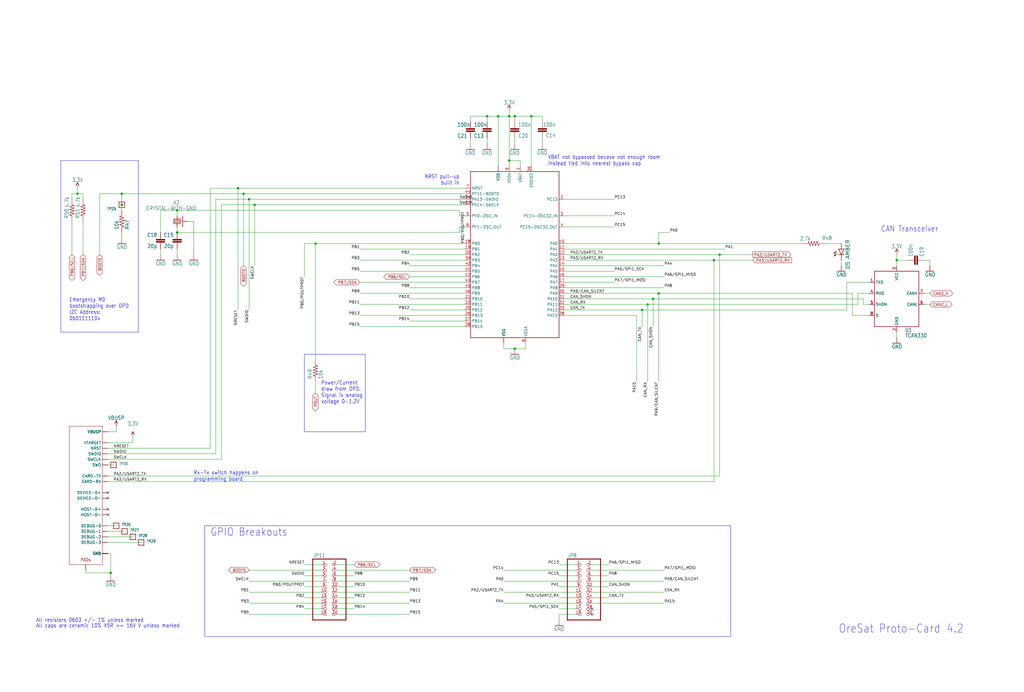
<source format=kicad_sch>
(kicad_sch (version 20230121) (generator eeschema)
  (paper "User" 469.9 317.627)
  (lib_symbols
    (symbol "oresat-proto-card-eagle-import:3.3V" (power)
      (property "Value" "3.3V" (at 0 2.794 0))
      (symbol "3.3V_1_0"
        (pin power_in line (at 0 0 90) (length 2.54) (name "3.3V") (number "1"))
      )
    )
    (symbol "oresat-proto-card-eagle-import:C-EU0603-C-NOSILK"
      (property "Reference" "C" (at 1.524 0.381 0))
      (symbol "C-EU0603-C-NOSILK_1_0"
        (pin passive line (at 0 2.54 270) (length 2.54) (name "1") (number "1"))
        (pin passive line (at 0 -5.08 90) (length 2.54) (name "2") (number "2"))
      )
    )
    (symbol "oresat-proto-card-eagle-import:CRYSTAL-WITH-GND"
      (property "Reference" "X" (at 5.08 -2.54 0))
      (symbol "CRYSTAL-WITH-GND_1_0"
        (pin passive line (at -2.54 0 0) (length 0) (name "1") (number "1"))
        (pin power_in line (at 0 -5.08 90) (length 2.54) (name "SHIELD") (number "2"))
        (pin passive line (at 2.54 0 180) (length 0) (name "2") (number "3"))
        (pin power_in line (at 0 -5.08 90) (length 2.54) (name "SHIELD") (number "4"))
      )
    )
    (symbol "oresat-proto-card-eagle-import:GND" (power)
      (property "Value" "GND" (at -2.54 -2.54 0))
      (symbol "GND_1_0"
        (pin power_in line (at 0 2.54 270) (length 2.54) (name "GND") (number "1"))
      )
    )
    (symbol "oresat-proto-card-eagle-import:LED-GREEN0603"
      (property "Reference" "D" (at -3.429 -4.572 90))
      (symbol "LED-GREEN0603_1_0"
        (pin passive line (at 0 2.54 270) (length 2.54) (name "A") (number "A"))
        (pin passive line (at 0 -5.08 90) (length 2.54) (name "C") (number "C"))
      )
    )
    (symbol "oresat-proto-card-eagle-import:ORESAT-DEBUG-CONNECTOR-ALL"
      (symbol "ORESAT-DEBUG-CONNECTOR-ALL_1_0"
        (text "PADs" (at -1.27 -31.75 0) (effects (font (size 1.524 1.2954)) (justify left bottom)))
        (pin passive line (at 11.43 27.94 180) (length 2.54) (name "VBUSP") (number "1"))
        (pin passive line (at 11.43 20.32 180) (length 2.54) (name "NRST") (number "10"))
        (pin passive line (at 11.43 22.86 180) (length 2.54) (name "VTARGET") (number "11"))
        (pin passive line (at 11.43 5.08 180) (length 2.54) (name "CARD-RX") (number "12"))
        (pin passive line (at 11.43 7.62 180) (length 2.54) (name "CARD-TX") (number "13"))
        (pin passive line (at 11.43 17.78 180) (length 2.54) (name "SWDIO") (number "14"))
        (pin passive line (at 11.43 15.24 180) (length 2.54) (name "SWCLK") (number "15"))
        (pin passive line (at 11.43 12.7 180) (length 2.54) (name "SWO") (number "16"))
        (pin passive line (at 11.43 -15.24 180) (length 2.54) (name "DEBUG-0") (number "17"))
        (pin passive line (at 11.43 -17.78 180) (length 2.54) (name "DEBUG-1") (number "18"))
        (pin passive line (at 11.43 -20.32 180) (length 2.54) (name "DEBUG-2") (number "19"))
        (pin passive line (at 11.43 27.94 180) (length 2.54) (name "VBUSP") (number "2"))
        (pin passive line (at 11.43 -22.86 180) (length 2.54) (name "DEBUG-3") (number "20"))
        (pin passive line (at 11.43 -27.94 180) (length 2.54) (name "GND") (number "3"))
        (pin passive line (at 11.43 0 180) (length 2.54) (name "DEVICE-D+") (number "4"))
        (pin passive line (at 11.43 -2.54 180) (length 2.54) (name "DEVICE-D-") (number "5"))
        (pin passive line (at 11.43 -27.94 180) (length 2.54) (name "GND") (number "6"))
        (pin passive line (at 11.43 -7.62 180) (length 2.54) (name "HOST-D+") (number "7"))
        (pin passive line (at 11.43 -10.16 180) (length 2.54) (name "HOST-D-") (number "8"))
        (pin passive line (at 11.43 -27.94 180) (length 2.54) (name "GND") (number "9"))
        (pin bidirectional line (at 1.27 -35.56 90) (length 2.54) (name "PAD") (number "PAD1"))
        (pin bidirectional line (at 1.27 -35.56 90) (length 2.54) (name "PAD") (number "PAD2"))
      )
    )
    (symbol "oresat-proto-card-eagle-import:PINHD-2X10"
      (property "Reference" "JP" (at -6.35 13.335 0))
      (symbol "PINHD-2X10_1_0"
        (pin passive inverted (at -2.54 10.16 0) (length 2.54) (name "1") (number "1"))
        (pin passive inverted (at 5.08 0 180) (length 2.54) (name "10") (number "10"))
        (pin passive inverted (at -2.54 -2.54 0) (length 2.54) (name "11") (number "11"))
        (pin passive inverted (at 5.08 -2.54 180) (length 2.54) (name "12") (number "12"))
        (pin passive inverted (at -2.54 -5.08 0) (length 2.54) (name "13") (number "13"))
        (pin passive inverted (at 5.08 -5.08 180) (length 2.54) (name "14") (number "14"))
        (pin passive inverted (at -2.54 -7.62 0) (length 2.54) (name "15") (number "15"))
        (pin passive inverted (at 5.08 -7.62 180) (length 2.54) (name "16") (number "16"))
        (pin passive inverted (at -2.54 -10.16 0) (length 2.54) (name "17") (number "17"))
        (pin passive inverted (at 5.08 -10.16 180) (length 2.54) (name "18") (number "18"))
        (pin passive inverted (at -2.54 -12.7 0) (length 2.54) (name "19") (number "19"))
        (pin passive inverted (at 5.08 10.16 180) (length 2.54) (name "2") (number "2"))
        (pin passive inverted (at 5.08 -12.7 180) (length 2.54) (name "20") (number "20"))
        (pin passive inverted (at -2.54 7.62 0) (length 2.54) (name "3") (number "3"))
        (pin passive inverted (at 5.08 7.62 180) (length 2.54) (name "4") (number "4"))
        (pin passive inverted (at -2.54 5.08 0) (length 2.54) (name "5") (number "5"))
        (pin passive inverted (at 5.08 5.08 180) (length 2.54) (name "6") (number "6"))
        (pin passive inverted (at -2.54 2.54 0) (length 2.54) (name "7") (number "7"))
        (pin passive inverted (at 5.08 2.54 180) (length 2.54) (name "8") (number "8"))
        (pin passive inverted (at -2.54 0 0) (length 2.54) (name "9") (number "9"))
      )
    )
    (symbol "oresat-proto-card-eagle-import:R-US_0603-C-NOSILK"
      (property "Reference" "R" (at -3.81 1.4986 0))
      (symbol "R-US_0603-C-NOSILK_1_0"
        (pin passive line (at -5.08 0 0) (length 2.54) (name "1") (number "1"))
        (pin passive line (at 5.08 0 180) (length 2.54) (name "2") (number "2"))
      )
    )
    (symbol "oresat-proto-card-eagle-import:STM32F091C"
      (symbol "STM32F091C_1_0"
        (pin power_in line (at -2.54 40.64 270) (length 2.54) (name "VBAT") (number "1"))
        (pin bidirectional line (at -22.86 5.08 0) (length 2.54) (name "PA0") (number "10"))
        (pin bidirectional line (at -22.86 2.54 0) (length 2.54) (name "PA1") (number "11"))
        (pin bidirectional line (at -22.86 0 0) (length 2.54) (name "PA2") (number "12"))
        (pin bidirectional line (at -22.86 -2.54 0) (length 2.54) (name "PA3") (number "13"))
        (pin bidirectional line (at -22.86 -5.08 0) (length 2.54) (name "PA4") (number "14"))
        (pin bidirectional line (at -22.86 -7.62 0) (length 2.54) (name "PA5") (number "15"))
        (pin bidirectional line (at -22.86 -10.16 0) (length 2.54) (name "PA6") (number "16"))
        (pin bidirectional line (at -22.86 -12.7 0) (length 2.54) (name "PA7") (number "17"))
        (pin bidirectional line (at 22.86 5.08 180) (length 2.54) (name "PB0") (number "18"))
        (pin bidirectional line (at 22.86 2.54 180) (length 2.54) (name "PB1") (number "19"))
        (pin bidirectional line (at -22.86 25.4 0) (length 2.54) (name "PC13") (number "2"))
        (pin bidirectional line (at 22.86 0 180) (length 2.54) (name "PB2") (number "20"))
        (pin bidirectional line (at 22.86 -20.32 180) (length 2.54) (name "PB10") (number "21"))
        (pin bidirectional line (at 22.86 -22.86 180) (length 2.54) (name "PB11") (number "22"))
        (pin power_in line (at 5.08 -40.64 90) (length 2.54) (name "VSS") (number "23"))
        (pin power_in line (at 7.62 40.64 270) (length 2.54) (name "VDD") (number "24"))
        (pin bidirectional line (at 22.86 -25.4 180) (length 2.54) (name "PB12") (number "25"))
        (pin bidirectional line (at 22.86 -27.94 180) (length 2.54) (name "PB13") (number "26"))
        (pin bidirectional line (at 22.86 -30.48 180) (length 2.54) (name "PB14") (number "27"))
        (pin bidirectional line (at 22.86 -33.02 180) (length 2.54) (name "PB15") (number "28"))
        (pin bidirectional line (at -22.86 -15.24 0) (length 2.54) (name "PA8") (number "29"))
        (pin bidirectional line (at -22.86 17.78 0) (length 2.54) (name "PC14-OSC32_IN") (number "3"))
        (pin bidirectional line (at -22.86 -17.78 0) (length 2.54) (name "PA9") (number "30"))
        (pin bidirectional line (at -22.86 -20.32 0) (length 2.54) (name "PA10") (number "31"))
        (pin bidirectional line (at -22.86 -22.86 0) (length 2.54) (name "PA11") (number "32"))
        (pin bidirectional line (at -22.86 -25.4 0) (length 2.54) (name "PA12") (number "33"))
        (pin bidirectional line (at 22.86 25.4 180) (length 2.54) (name "PA13-SWDIO") (number "34"))
        (pin power_in line (at 5.08 -40.64 90) (length 2.54) (name "VSS") (number "35"))
        (pin power_in line (at -7.62 40.64 270) (length 2.54) (name "VDDIO2") (number "36"))
        (pin bidirectional line (at 22.86 22.86 180) (length 2.54) (name "PA14-SWCLK") (number "37"))
        (pin bidirectional line (at -22.86 -27.94 0) (length 2.54) (name "PA15") (number "38"))
        (pin bidirectional line (at 22.86 -2.54 180) (length 2.54) (name "PB3") (number "39"))
        (pin bidirectional line (at -22.86 12.7 0) (length 2.54) (name "PC15-OSC32_OUT") (number "4"))
        (pin bidirectional line (at 22.86 -5.08 180) (length 2.54) (name "PB4") (number "40"))
        (pin bidirectional line (at 22.86 -7.62 180) (length 2.54) (name "PB5") (number "41"))
        (pin bidirectional line (at 22.86 -10.16 180) (length 2.54) (name "PB6") (number "42"))
        (pin bidirectional line (at 22.86 -12.7 180) (length 2.54) (name "PB7") (number "43"))
        (pin bidirectional line (at 22.86 27.94 180) (length 2.54) (name "PF11-BOOT0") (number "44"))
        (pin bidirectional line (at 22.86 -15.24 180) (length 2.54) (name "PB8") (number "45"))
        (pin bidirectional line (at 22.86 -17.78 180) (length 2.54) (name "PB9") (number "46"))
        (pin power_in line (at 5.08 -40.64 90) (length 2.54) (name "VSS") (number "47"))
        (pin power_in line (at 7.62 40.64 270) (length 2.54) (name "VDD") (number "48"))
        (pin bidirectional line (at 22.86 17.78 180) (length 2.54) (name "PF0-OSC_IN") (number "5"))
        (pin bidirectional line (at 22.86 12.7 180) (length 2.54) (name "PF1-OSC_OUT") (number "6"))
        (pin bidirectional line (at 22.86 30.48 180) (length 2.54) (name "NRST") (number "7"))
        (pin power_in line (at -5.08 -40.64 90) (length 2.54) (name "VSSA") (number "8"))
        (pin power_in line (at 2.54 40.64 270) (length 2.54) (name "VDDA") (number "9"))
      )
    )
    (symbol "oresat-proto-card-eagle-import:TCAN330"
      (property "Reference" "U" (at 7.62 -17.78 0))
      (symbol "TCAN330_1_0"
        (pin input line (at -12.7 7.62 0) (length 2.54) (name "TXD") (number "1"))
        (pin power_in line (at 0 -15.24 90) (length 2.54) (name "GND") (number "2"))
        (pin power_in line (at 0 15.24 270) (length 2.54) (name "VCC") (number "3"))
        (pin output line (at -12.7 2.54 0) (length 2.54) (name "RXD") (number "4"))
        (pin input line (at -12.7 -2.54 0) (length 2.54) (name "SHDN") (number "5"))
        (pin bidirectional line (at 12.7 -2.54 180) (length 2.54) (name "CANL") (number "6"))
        (pin bidirectional line (at 12.7 2.54 180) (length 2.54) (name "CANH") (number "7"))
        (pin input line (at -12.7 -7.62 0) (length 2.54) (name "S") (number "8"))
      )
    )
    (symbol "oresat-proto-card-eagle-import:TEST-POINT-LARGE-SQUARE"
      (property "Reference" "TP" (at -2.54 2.54 0))
      (symbol "TEST-POINT-LARGE-SQUARE_1_0"
        (pin passive line (at 0 0 0) (length 0) (name "1") (number "1"))
      )
    )
    (symbol "oresat-proto-card-eagle-import:VBUSP" (power)
      (property "Value" "VBUSP" (at 0 2.794 0))
      (symbol "VBUSP_1_0"
        (pin power_in line (at 0 0 90) (length 2.54) (name "VBUSP") (number "1"))
      )
    )
  )
  (junction (at 144.78 111.76))
  (junction (at 114.3 91.44))
  (junction (at 411.48 119.38))
  (junction (at 81.28 106.68))
  (junction (at 302.26 134.62))
  (junction (at 294.64 142.24))
  (junction (at 299.72 137.16))
  (junction (at 233.68 73.66))
  (junction (at 327.66 119.38))
  (junction (at 330.2 116.84))
  (junction (at 111.76 88.9))
  (junction (at 243.84 53.34))
  (junction (at 109.22 86.36))
  (junction (at 50.8 262.89))
  (junction (at 233.68 53.34))
  (junction (at 302.26 111.76))
  (junction (at 116.84 93.98))
  (junction (at 236.22 53.34))
  (junction (at 223.52 53.34))
  (junction (at 297.18 139.7))
  (junction (at 81.28 96.52))
  (junction (at 228.6 53.34))
  (junction (at 55.88 88.9))
  (junction (at 55.88 93.98))
  (junction (at 236.22 160.02))
  (junction (at 35.56 88.9))
  (no_connect (at 49.53 233.68))
  (no_connect (at 49.53 228.6))
  (no_connect (at 271.78 281.94))
  (no_connect (at 271.78 279.4))
  (no_connect (at 49.53 236.22))
  (no_connect (at 49.53 226.06))
  (wire (pts (xy 279.4 264.16) (xy 271.78 264.16)) (stroke (width 0.1524)))
  (wire (pts (xy 114.3 276.86) (xy 147.32 276.86)) (stroke (width 0.1524)))
  (wire (pts (xy 302.26 134.62) (xy 391.16 134.62)) (stroke (width 0.1524)))
  (wire (pts (xy 213.36 119.38) (xy 165.1 119.38)) (stroke (width 0.1524)))
  (wire (pts (xy 99.06 91.44) (xy 114.3 91.44)) (stroke (width 0.1524)))
  (wire (pts (xy 101.6 210.82) (xy 101.6 93.98)) (stroke (width 0.1524)))
  (wire (pts (xy 49.53 205.74) (xy 96.52 205.74)) (stroke (width 0.1524)))
  (wire (pts (xy 109.22 86.36) (xy 109.22 142.24)) (stroke (width 0.1524)))
  (wire (pts (xy 213.36 104.14) (xy 210.82 104.14)) (stroke (width 0.1524)))
  (wire (pts (xy 111.76 88.9) (xy 111.76 121.92)) (stroke (width 0.1524)))
  (wire (pts (xy 411.48 121.92) (xy 411.48 119.38)) (stroke (width 0.1524)))
  (wire (pts (xy 411.48 119.38) (xy 416.56 119.38)) (stroke (width 0.1524)))
  (wire (pts (xy 259.08 121.92) (xy 304.8 121.92)) (stroke (width 0.1524)))
  (wire (pts (xy 213.36 88.9) (xy 111.76 88.9)) (stroke (width 0.1524)))
  (wire (pts (xy 396.24 139.7) (xy 396.24 137.16)) (stroke (width 0.1524)))
  (wire (pts (xy 213.36 99.06) (xy 210.82 99.06)) (stroke (width 0.1524)))
  (wire (pts (xy 259.08 99.06) (xy 281.94 99.06)) (stroke (width 0.1524)))
  (wire (pts (xy 39.37 261.62) (xy 39.37 262.89)) (stroke (width 0.1524)))
  (wire (pts (xy 162.56 259.08) (xy 154.94 259.08)) (stroke (width 0.1524)))
  (wire (pts (xy 139.7 279.4) (xy 147.32 279.4)) (stroke (width 0.1524)))
  (wire (pts (xy 393.7 134.62) (xy 393.7 139.7)) (stroke (width 0.1524)))
  (polyline (pts (xy 63.5 73.66) (xy 27.94 73.66)) (stroke (width 0.1524) (type solid)))
  (wire (pts (xy 49.53 246.38) (xy 60.96 246.38)) (stroke (width 0.1524)))
  (polyline (pts (xy 63.5 152.4) (xy 63.5 73.66)) (stroke (width 0.1524) (type solid)))
  (wire (pts (xy 236.22 160.02) (xy 241.3 160.02)) (stroke (width 0.1524)))
  (wire (pts (xy 264.16 279.4) (xy 256.54 279.4)) (stroke (width 0.1524)))
  (wire (pts (xy 398.78 139.7) (xy 396.24 139.7)) (stroke (width 0.1524)))
  (wire (pts (xy 256.54 259.08) (xy 264.16 259.08)) (stroke (width 0.1524)))
  (polyline (pts (xy 27.94 73.66) (xy 27.94 152.4)) (stroke (width 0.1524) (type solid)))
  (wire (pts (xy 35.56 88.9) (xy 38.1 88.9)) (stroke (width 0.1524)))
  (wire (pts (xy 99.06 208.28) (xy 49.53 208.28)) (stroke (width 0.1524)))
  (wire (pts (xy 327.66 220.98) (xy 49.53 220.98)) (stroke (width 0.1524)))
  (wire (pts (xy 426.72 119.38) (xy 426.72 121.92)) (stroke (width 0.1524)))
  (wire (pts (xy 213.36 134.62) (xy 165.1 134.62)) (stroke (width 0.1524)))
  (wire (pts (xy 139.7 259.08) (xy 147.32 259.08)) (stroke (width 0.1524)))
  (wire (pts (xy 73.66 106.68) (xy 73.66 96.52)) (stroke (width 0.1524)))
  (wire (pts (xy 233.68 76.2) (xy 233.68 73.66)) (stroke (width 0.1524)))
  (wire (pts (xy 236.22 55.88) (xy 236.22 53.34)) (stroke (width 0.1524)))
  (wire (pts (xy 210.82 106.68) (xy 81.28 106.68)) (stroke (width 0.1524)))
  (wire (pts (xy 327.66 119.38) (xy 327.66 220.98)) (stroke (width 0.1524)))
  (wire (pts (xy 139.7 264.16) (xy 147.32 264.16)) (stroke (width 0.1524)))
  (wire (pts (xy 233.68 53.34) (xy 233.68 50.8)) (stroke (width 0.1524)))
  (wire (pts (xy 297.18 139.7) (xy 297.18 175.26)) (stroke (width 0.1524)))
  (wire (pts (xy 231.14 160.02) (xy 231.14 157.48)) (stroke (width 0.1524)))
  (wire (pts (xy 398.78 134.62) (xy 393.7 134.62)) (stroke (width 0.1524)))
  (wire (pts (xy 213.36 132.08) (xy 187.96 132.08)) (stroke (width 0.1524)))
  (wire (pts (xy 259.08 144.78) (xy 292.1 144.78)) (stroke (width 0.1524)))
  (wire (pts (xy 259.08 119.38) (xy 327.66 119.38)) (stroke (width 0.1524)))
  (wire (pts (xy 327.66 119.38) (xy 345.44 119.38)) (stroke (width 0.1524)))
  (wire (pts (xy 213.36 114.3) (xy 165.1 114.3)) (stroke (width 0.1524)))
  (wire (pts (xy 55.88 88.9) (xy 45.72 88.9)) (stroke (width 0.1524)))
  (wire (pts (xy 228.6 76.2) (xy 228.6 53.34)) (stroke (width 0.1524)))
  (wire (pts (xy 49.53 254) (xy 50.8 254)) (stroke (width 0.1524)))
  (wire (pts (xy 114.3 91.44) (xy 114.3 142.24)) (stroke (width 0.1524)))
  (wire (pts (xy 279.4 269.24) (xy 271.78 269.24)) (stroke (width 0.1524)))
  (wire (pts (xy 162.56 269.24) (xy 154.94 269.24)) (stroke (width 0.1524)))
  (wire (pts (xy 81.28 106.68) (xy 81.28 104.14)) (stroke (width 0.1524)))
  (wire (pts (xy 139.7 274.32) (xy 147.32 274.32)) (stroke (width 0.1524)))
  (wire (pts (xy 144.78 165.1) (xy 144.78 111.76)) (stroke (width 0.1524)))
  (wire (pts (xy 33.02 88.9) (xy 35.56 88.9)) (stroke (width 0.1524)))
  (wire (pts (xy 213.36 144.78) (xy 165.1 144.78)) (stroke (width 0.1524)))
  (wire (pts (xy 396.24 137.16) (xy 299.72 137.16)) (stroke (width 0.1524)))
  (wire (pts (xy 231.14 261.62) (xy 264.16 261.62)) (stroke (width 0.1524)))
  (wire (pts (xy 256.54 281.94) (xy 256.54 284.48)) (stroke (width 0.1524)))
  (wire (pts (xy 52.07 213.36) (xy 49.53 213.36)) (stroke (width 0.1524)))
  (wire (pts (xy 259.08 132.08) (xy 304.8 132.08)) (stroke (width 0.1524)))
  (wire (pts (xy 391.16 134.62) (xy 391.16 144.78)) (stroke (width 0.1524)))
  (wire (pts (xy 215.9 63.5) (xy 215.9 66.04)) (stroke (width 0.1524)))
  (wire (pts (xy 411.48 154.94) (xy 411.48 152.4)) (stroke (width 0.1524)))
  (wire (pts (xy 256.54 274.32) (xy 264.16 274.32)) (stroke (width 0.1524)))
  (wire (pts (xy 294.64 142.24) (xy 294.64 149.86)) (stroke (width 0.1524)))
  (wire (pts (xy 49.53 203.2) (xy 60.96 203.2)) (stroke (width 0.1524)))
  (wire (pts (xy 144.78 111.76) (xy 139.7 111.76)) (stroke (width 0.1524)))
  (wire (pts (xy 259.08 91.44) (xy 281.94 91.44)) (stroke (width 0.1524)))
  (wire (pts (xy 231.14 271.78) (xy 264.16 271.78)) (stroke (width 0.1524)))
  (wire (pts (xy 53.34 198.12) (xy 53.34 195.58)) (stroke (width 0.1524)))
  (polyline (pts (xy 93.98 241.3) (xy 335.28 241.3)) (stroke (width 0.1524) (type solid)))
  (wire (pts (xy 88.9 116.84) (xy 88.9 101.6)) (stroke (width 0.1524)))
  (wire (pts (xy 109.22 86.36) (xy 213.36 86.36)) (stroke (width 0.1524)))
  (wire (pts (xy 264.16 281.94) (xy 256.54 281.94)) (stroke (width 0.1524)))
  (wire (pts (xy 424.18 119.38) (xy 426.72 119.38)) (stroke (width 0.1524)))
  (wire (pts (xy 162.56 264.16) (xy 154.94 264.16)) (stroke (width 0.1524)))
  (wire (pts (xy 411.48 119.38) (xy 411.48 116.84)) (stroke (width 0.1524)))
  (wire (pts (xy 248.92 53.34) (xy 248.92 55.88)) (stroke (width 0.1524)))
  (wire (pts (xy 238.76 76.2) (xy 238.76 73.66)) (stroke (width 0.1524)))
  (wire (pts (xy 213.36 142.24) (xy 187.96 142.24)) (stroke (width 0.1524)))
  (wire (pts (xy 147.32 281.94) (xy 114.3 281.94)) (stroke (width 0.1524)))
  (wire (pts (xy 213.36 121.92) (xy 187.96 121.92)) (stroke (width 0.1524)))
  (wire (pts (xy 231.14 276.86) (xy 264.16 276.86)) (stroke (width 0.1524)))
  (wire (pts (xy 259.08 142.24) (xy 294.64 142.24)) (stroke (width 0.1524)))
  (wire (pts (xy 114.3 261.62) (xy 147.32 261.62)) (stroke (width 0.1524)))
  (wire (pts (xy 391.16 144.78) (xy 398.78 144.78)) (stroke (width 0.1524)))
  (wire (pts (xy 248.92 66.04) (xy 248.92 63.5)) (stroke (width 0.1524)))
  (wire (pts (xy 50.8 254) (xy 50.8 262.89)) (stroke (width 0.1524)))
  (wire (pts (xy 50.8 262.89) (xy 50.8 264.16)) (stroke (width 0.1524)))
  (wire (pts (xy 393.7 139.7) (xy 297.18 139.7)) (stroke (width 0.1524)))
  (wire (pts (xy 256.54 269.24) (xy 264.16 269.24)) (stroke (width 0.1524)))
  (wire (pts (xy 236.22 160.02) (xy 231.14 160.02)) (stroke (width 0.1524)))
  (wire (pts (xy 213.36 137.16) (xy 187.96 137.16)) (stroke (width 0.1524)))
  (wire (pts (xy 213.36 147.32) (xy 187.96 147.32)) (stroke (width 0.1524)))
  (wire (pts (xy 238.76 73.66) (xy 233.68 73.66)) (stroke (width 0.1524)))
  (wire (pts (xy 96.52 86.36) (xy 96.52 205.74)) (stroke (width 0.1524)))
  (wire (pts (xy 330.2 116.84) (xy 330.2 218.44)) (stroke (width 0.1524)))
  (wire (pts (xy 259.08 127) (xy 304.8 127)) (stroke (width 0.1524)))
  (wire (pts (xy 49.53 241.3) (xy 53.34 241.3)) (stroke (width 0.1524)))
  (wire (pts (xy 259.08 124.46) (xy 281.94 124.46)) (stroke (width 0.1524)))
  (wire (pts (xy 223.52 66.04) (xy 223.52 63.5)) (stroke (width 0.1524)))
  (wire (pts (xy 259.08 129.54) (xy 281.94 129.54)) (stroke (width 0.1524)))
  (wire (pts (xy 243.84 53.34) (xy 236.22 53.34)) (stroke (width 0.1524)))
  (wire (pts (xy 236.22 53.34) (xy 233.68 53.34)) (stroke (width 0.1524)))
  (wire (pts (xy 215.9 53.34) (xy 223.52 53.34)) (stroke (width 0.1524)))
  (polyline (pts (xy 139.7 198.12) (xy 167.64 198.12)) (stroke (width 0.1524) (type solid)))
  (wire (pts (xy 57.15 243.84) (xy 49.53 243.84)) (stroke (width 0.1524)))
  (wire (pts (xy 38.1 88.9) (xy 38.1 91.44)) (stroke (width 0.1524)))
  (wire (pts (xy 39.37 262.89) (xy 50.8 262.89)) (stroke (width 0.1524)))
  (wire (pts (xy 60.96 203.2) (xy 60.96 200.66)) (stroke (width 0.1524)))
  (wire (pts (xy 259.08 111.76) (xy 302.26 111.76)) (stroke (width 0.1524)))
  (wire (pts (xy 81.28 96.52) (xy 81.28 99.06)) (stroke (width 0.1524)))
  (wire (pts (xy 187.96 271.78) (xy 154.94 271.78)) (stroke (width 0.1524)))
  (wire (pts (xy 302.26 134.62) (xy 302.26 175.26)) (stroke (width 0.1524)))
  (wire (pts (xy 81.28 116.84) (xy 81.28 114.3)) (stroke (width 0.1524)))
  (wire (pts (xy 259.08 116.84) (xy 330.2 116.84)) (stroke (width 0.1524)))
  (wire (pts (xy 236.22 63.5) (xy 236.22 66.04)) (stroke (width 0.1524)))
  (wire (pts (xy 243.84 53.34) (xy 243.84 76.2)) (stroke (width 0.1524)))
  (wire (pts (xy 223.52 55.88) (xy 223.52 53.34)) (stroke (width 0.1524)))
  (polyline (pts (xy 335.28 241.3) (xy 335.28 292.1)) (stroke (width 0.1524) (type solid)))
  (wire (pts (xy 213.36 129.54) (xy 165.1 129.54)) (stroke (width 0.1524)))
  (wire (pts (xy 304.8 271.78) (xy 271.78 271.78)) (stroke (width 0.1524)))
  (wire (pts (xy 424.18 134.62) (xy 426.72 134.62)) (stroke (width 0.1524)))
  (wire (pts (xy 330.2 116.84) (xy 345.44 116.84)) (stroke (width 0.1524)))
  (wire (pts (xy 292.1 144.78) (xy 292.1 175.26)) (stroke (width 0.1524)))
  (wire (pts (xy 294.64 142.24) (xy 388.62 142.24)) (stroke (width 0.1524)))
  (wire (pts (xy 233.68 73.66) (xy 233.68 53.34)) (stroke (width 0.1524)))
  (wire (pts (xy 210.82 99.06) (xy 210.82 96.52)) (stroke (width 0.1524)))
  (wire (pts (xy 302.26 106.68) (xy 307.34 106.68)) (stroke (width 0.1524)))
  (wire (pts (xy 304.8 266.7) (xy 271.78 266.7)) (stroke (width 0.1524)))
  (wire (pts (xy 213.36 139.7) (xy 165.1 139.7)) (stroke (width 0.1524)))
  (wire (pts (xy 33.02 91.44) (xy 33.02 88.9)) (stroke (width 0.1524)))
  (wire (pts (xy 297.18 139.7) (xy 259.08 139.7)) (stroke (width 0.1524)))
  (wire (pts (xy 139.7 111.76) (xy 139.7 127)) (stroke (width 0.1524)))
  (wire (pts (xy 424.18 139.7) (xy 426.72 139.7)) (stroke (width 0.1524)))
  (wire (pts (xy 231.14 266.7) (xy 264.16 266.7)) (stroke (width 0.1524)))
  (wire (pts (xy 271.78 259.08) (xy 279.4 259.08)) (stroke (width 0.1524)))
  (wire (pts (xy 114.3 271.78) (xy 147.32 271.78)) (stroke (width 0.1524)))
  (wire (pts (xy 55.88 93.98) (xy 55.88 88.9)) (stroke (width 0.1524)))
  (wire (pts (xy 213.36 149.86) (xy 165.1 149.86)) (stroke (width 0.1524)))
  (wire (pts (xy 101.6 210.82) (xy 49.53 210.82)) (stroke (width 0.1524)))
  (wire (pts (xy 210.82 96.52) (xy 81.28 96.52)) (stroke (width 0.1524)))
  (wire (pts (xy 38.1 116.84) (xy 38.1 101.6)) (stroke (width 0.1524)))
  (wire (pts (xy 210.82 104.14) (xy 210.82 106.68)) (stroke (width 0.1524)))
  (wire (pts (xy 302.26 111.76) (xy 302.26 106.68)) (stroke (width 0.1524)))
  (wire (pts (xy 259.08 104.14) (xy 281.94 104.14)) (stroke (width 0.1524)))
  (wire (pts (xy 256.54 264.16) (xy 264.16 264.16)) (stroke (width 0.1524)))
  (wire (pts (xy 116.84 93.98) (xy 116.84 121.92)) (stroke (width 0.1524)))
  (polyline (pts (xy 167.64 162.56) (xy 139.7 162.56)) (stroke (width 0.1524) (type solid)))
  (wire (pts (xy 388.62 129.54) (xy 388.62 142.24)) (stroke (width 0.1524)))
  (wire (pts (xy 154.94 281.94) (xy 187.96 281.94)) (stroke (width 0.1524)))
  (wire (pts (xy 259.08 134.62) (xy 302.26 134.62)) (stroke (width 0.1524)))
  (wire (pts (xy 386.08 119.38) (xy 386.08 121.92)) (stroke (width 0.1524)))
  (wire (pts (xy 330.2 218.44) (xy 49.53 218.44)) (stroke (width 0.1524)))
  (wire (pts (xy 144.78 111.76) (xy 213.36 111.76)) (stroke (width 0.1524)))
  (wire (pts (xy 187.96 261.62) (xy 154.94 261.62)) (stroke (width 0.1524)))
  (wire (pts (xy 302.26 111.76) (xy 368.3 111.76)) (stroke (width 0.1524)))
  (polyline (pts (xy 27.94 152.4) (xy 63.5 152.4)) (stroke (width 0.1524) (type solid)))
  (wire (pts (xy 33.02 116.84) (xy 33.02 101.6)) (stroke (width 0.1524)))
  (wire (pts (xy 187.96 116.84) (xy 213.36 116.84)) (stroke (width 0.1524)))
  (wire (pts (xy 398.78 129.54) (xy 388.62 129.54)) (stroke (width 0.1524)))
  (polyline (pts (xy 167.64 198.12) (xy 167.64 162.56)) (stroke (width 0.1524) (type solid)))
  (wire (pts (xy 35.56 88.9) (xy 35.56 86.36)) (stroke (width 0.1524)))
  (wire (pts (xy 45.72 88.9) (xy 45.72 116.84)) (stroke (width 0.1524)))
  (wire (pts (xy 99.06 208.28) (xy 99.06 91.44)) (stroke (width 0.1524)))
  (polyline (pts (xy 139.7 162.56) (xy 139.7 198.12)) (stroke (width 0.1524) (type solid)))
  (wire (pts (xy 187.96 276.86) (xy 154.94 276.86)) (stroke (width 0.1524)))
  (wire (pts (xy 116.84 93.98) (xy 213.36 93.98)) (stroke (width 0.1524)))
  (wire (pts (xy 139.7 269.24) (xy 147.32 269.24)) (stroke (width 0.1524)))
  (wire (pts (xy 144.78 175.26) (xy 144.78 180.34)) (stroke (width 0.1524)))
  (wire (pts (xy 96.52 86.36) (xy 109.22 86.36)) (stroke (width 0.1524)))
  (wire (pts (xy 241.3 160.02) (xy 241.3 157.48)) (stroke (width 0.1524)))
  (wire (pts (xy 243.84 53.34) (xy 248.92 53.34)) (stroke (width 0.1524)))
  (wire (pts (xy 378.46 111.76) (xy 386.08 111.76)) (stroke (width 0.1524)))
  (wire (pts (xy 111.76 88.9) (xy 55.88 88.9)) (stroke (width 0.1524)))
  (wire (pts (xy 223.52 53.34) (xy 228.6 53.34)) (stroke (width 0.1524)))
  (wire (pts (xy 114.3 266.7) (xy 147.32 266.7)) (stroke (width 0.1524)))
  (wire (pts (xy 55.88 106.68) (xy 55.88 109.22)) (stroke (width 0.1524)))
  (wire (pts (xy 73.66 116.84) (xy 73.66 114.3)) (stroke (width 0.1524)))
  (wire (pts (xy 187.96 266.7) (xy 154.94 266.7)) (stroke (width 0.1524)))
  (wire (pts (xy 215.9 55.88) (xy 215.9 53.34)) (stroke (width 0.1524)))
  (wire (pts (xy 213.36 127) (xy 187.96 127)) (stroke (width 0.1524)))
  (wire (pts (xy 154.94 279.4) (xy 162.56 279.4)) (stroke (width 0.1524)))
  (polyline (pts (xy 93.98 292.1) (xy 93.98 241.3)) (stroke (width 0.1524) (type solid)))
  (wire (pts (xy 259.08 114.3) (xy 332.74 114.3)) (stroke (width 0.1524)))
  (wire (pts (xy 55.88 96.52) (xy 55.88 93.98)) (stroke (width 0.1524)))
  (wire (pts (xy 213.36 124.46) (xy 165.1 124.46)) (stroke (width 0.1524)))
  (wire (pts (xy 228.6 53.34) (xy 233.68 53.34)) (stroke (width 0.1524)))
  (wire (pts (xy 271.78 261.62) (xy 304.8 261.62)) (stroke (width 0.1524)))
  (wire (pts (xy 64.77 248.92) (xy 49.53 248.92)) (stroke (width 0.1524)))
  (wire (pts (xy 88.9 101.6) (xy 86.36 101.6)) (stroke (width 0.1524)))
  (wire (pts (xy 101.6 93.98) (xy 116.84 93.98)) (stroke (width 0.1524)))
  (wire (pts (xy 279.4 274.32) (xy 271.78 274.32)) (stroke (width 0.1524)))
  (wire (pts (xy 304.8 276.86) (xy 271.78 276.86)) (stroke (width 0.1524)))
  (polyline (pts (xy 335.28 292.1) (xy 93.98 292.1)) (stroke (width 0.1524) (type solid)))
  (wire (pts (xy 299.72 137.16) (xy 299.72 149.86)) (stroke (width 0.1524)))
  (wire (pts (xy 49.53 198.12) (xy 53.34 198.12)) (stroke (width 0.1524)))
  (wire (pts (xy 162.56 274.32) (xy 154.94 274.32)) (stroke (width 0.1524)))
  (wire (pts (xy 299.72 137.16) (xy 259.08 137.16)) (stroke (width 0.1524)))
  (wire (pts (xy 73.66 96.52) (xy 81.28 96.52)) (stroke (width 0.1524)))
  (wire (pts (xy 114.3 91.44) (xy 213.36 91.44)) (stroke (width 0.1524)))
  (text "Emergency M0\nbootstrapping over OPD\nI2C Address:\n0b0111110x" (at 31.75 147.32 0) (effects (font (size 1.778 1.5113)) (justify left bottom)))
  (text "Power/Current\ndraw from OPD.\nSignal is analog\nvoltage 0-1.2V" (at 147.32 185.42 0) (effects (font (size 1.778 1.5113)) (justify left bottom)))
  (text "VBAT not bypassed becase not enough room\ninstead tied into nearest bypass cap" (at 251.46 76.2 0) (effects (font (size 1.778 1.5113)) (justify left bottom)))
  (text "GPIO Breakouts" (at 96.52 246.38 0) (effects (font (size 3.556 3.0226)) (justify left bottom)))
  (text "CAN Transceiver" (at 430.53 106.68 0) (effects (font (size 2.54 2.159)) (justify right bottom)))
  (text "OreSat Proto-Card" (at 384.81 290.83 0) (effects (font (size 3.81 3.2385)) (justify left bottom)))
  (text "All resistors 0603 +/- 1% unless marked" (at 16.51 285.75 0) (effects (font (size 1.778 1.5113)) (justify left bottom)))
  (text "4.2" (at 434.34 290.83 0) (effects (font (size 3.81 3.2385)) (justify left bottom)))
  (text "All caps are ceramic 10% X5R >= 16V V unless marked" (at 16.51 288.29 0) (effects (font (size 1.778 1.5113)) (justify left bottom)))
  (text "NRST pull-up\nbuilt in" (at 210.82 85.09 0) (effects (font (size 1.778 1.5113)) (justify right bottom)))
  (text "Rx-Tx switch happens on\nprogramming board" (at 88.9 220.98 0) (effects (font (size 1.778 1.5113)) (justify left bottom)))
  (label "PA3/USART2_RX" (at 256.54 274.32 180) (effects (font (size 1.2446 1.2446))))
  (label "SWDIO" (at 139.7 264.16 180) (effects (font (size 1.2446 1.2446))))
  (label "PC13" (at 281.94 91.44 0) (effects (font (size 1.2446 1.2446))))
  (label "PA2/USART2_TX" (at 231.14 271.78 180) (effects (font (size 1.2446 1.2446))))
  (label "PB0/POUTPROT" (at 213.36 111.76 90) (effects (font (size 1.2446 1.2446))))
  (label "PB2" (at 139.7 274.32 180) (effects (font (size 1.2446 1.2446))))
  (label "CAN_SHDN" (at 279.4 269.24 0) (effects (font (size 1.2446 1.2446))))
  (label "SWCLK" (at 210.82 93.98 0) (effects (font (size 1.2446 1.2446))))
  (label "PB1" (at 114.3 271.78 180) (effects (font (size 1.2446 1.2446))))
  (label "CAN_SHDN" (at 299.72 149.86 270) (effects (font (size 1.2446 1.2446))))
  (label "SWDIO" (at 52.07 208.28 0) (effects (font (size 1.2446 1.2446))))
  (label "PA3/USART2_RX" (at 261.62 119.38 0) (effects (font (size 1.2446 1.2446))))
  (label "PA0" (at 307.34 106.68 0) (effects (font (size 1.2446 1.2446))))
  (label "SWDIO" (at 210.82 91.44 0) (effects (font (size 1.2446 1.2446))))
  (label "CAN_RX" (at 304.8 271.78 0) (effects (font (size 1.2446 1.2446))))
  (label "PC14" (at 281.94 99.06 0) (effects (font (size 1.2446 1.2446))))
  (label "PA5/SPI1_SCK" (at 256.54 279.4 180) (effects (font (size 1.2446 1.2446))))
  (label "PA7/SPI1_MOSI" (at 281.94 129.54 0) (effects (font (size 1.2446 1.2446))))
  (label "PB14" (at 187.96 147.32 180) (effects (font (size 1.2446 1.2446))))
  (label "PC13" (at 256.54 259.08 180) (effects (font (size 1.2446 1.2446))))
  (label "PB9" (at 187.96 266.7 0) (effects (font (size 1.2446 1.2446))))
  (label "CAN_SHDN" (at 261.62 137.16 0) (effects (font (size 1.2446 1.2446))))
  (label "PA15" (at 304.8 276.86 0) (effects (font (size 1.2446 1.2446))))
  (label "PB5" (at 165.1 124.46 180) (effects (font (size 1.2446 1.2446))))
  (label "PA15" (at 292.1 175.26 270) (effects (font (size 1.2446 1.2446))))
  (label "PB14" (at 162.56 279.4 0) (effects (font (size 1.2446 1.2446))))
  (label "PB13" (at 187.96 276.86 0) (effects (font (size 1.2446 1.2446))))
  (label "PA8" (at 304.8 132.08 0) (effects (font (size 1.2446 1.2446))))
  (label "PB8" (at 162.56 264.16 0) (effects (font (size 1.2446 1.2446))))
  (label "PC14" (at 231.14 261.62 180) (effects (font (size 1.2446 1.2446))))
  (label "PA6/SPI1_MISO" (at 279.4 259.08 0) (effects (font (size 1.2446 1.2446))))
  (label "PB15" (at 165.1 149.86 180) (effects (font (size 1.2446 1.2446))))
  (label "NRESET" (at 52.07 205.74 0) (effects (font (size 1.2446 1.2446))))
  (label "PA5/SPI1_SCK" (at 281.94 124.46 0) (effects (font (size 1.2446 1.2446))))
  (label "PA9/CAN_SILENT" (at 261.62 134.62 0) (effects (font (size 1.2446 1.2446))))
  (label "PC15" (at 256.54 264.16 180) (effects (font (size 1.2446 1.2446))))
  (label "SWCLK" (at 52.07 210.82 0) (effects (font (size 1.2446 1.2446))))
  (label "CAN_TX" (at 294.64 149.86 270) (effects (font (size 1.2446 1.2446))))
  (label "PB11" (at 187.96 271.78 0) (effects (font (size 1.2446 1.2446))))
  (label "PB4" (at 187.96 121.92 180) (effects (font (size 1.2446 1.2446))))
  (label "PA9/CAN_SILENT" (at 302.26 175.26 270) (effects (font (size 1.2446 1.2446))))
  (label "PB0/POUTPROT" (at 139.7 127 270) (effects (font (size 1.2446 1.2446))))
  (label "PB3" (at 165.1 119.38 180) (effects (font (size 1.2446 1.2446))))
  (label "CAN_RX" (at 297.18 175.26 270) (effects (font (size 1.2446 1.2446))))
  (label "PA2/USART2_TX" (at 52.07 218.44 0) (effects (font (size 1.2446 1.2446))))
  (label "CAN_TX" (at 261.62 142.24 0) (effects (font (size 1.2446 1.2446))))
  (label "PC15" (at 281.94 104.14 0) (effects (font (size 1.2446 1.2446))))
  (label "PB9" (at 165.1 134.62 180) (effects (font (size 1.2446 1.2446))))
  (label "PA1" (at 332.74 114.3 0) (effects (font (size 1.2446 1.2446))))
  (label "PA4" (at 304.8 121.92 0) (effects (font (size 1.2446 1.2446))))
  (label "PB5" (at 114.3 281.94 180) (effects (font (size 1.2446 1.2446))))
  (label "PB10" (at 162.56 269.24 0) (effects (font (size 1.2446 1.2446))))
  (label "PA4" (at 231.14 276.86 180) (effects (font (size 1.2446 1.2446))))
  (label "SWCLK" (at 114.3 266.7 180) (effects (font (size 1.2446 1.2446))))
  (label "PB3" (at 114.3 276.86 180) (effects (font (size 1.2446 1.2446))))
  (label "NRESET" (at 139.7 259.08 180) (effects (font (size 1.2446 1.2446))))
  (label "PA9/CAN_SILENT" (at 304.8 266.7 0) (effects (font (size 1.2446 1.2446))))
  (label "PB10" (at 187.96 137.16 180) (effects (font (size 1.2446 1.2446))))
  (label "PA1" (at 256.54 269.24 180) (effects (font (size 1.2446 1.2446))))
  (label "PA0" (at 231.14 266.7 180) (effects (font (size 1.2446 1.2446))))
  (label "PB13" (at 165.1 144.78 180) (effects (font (size 1.2446 1.2446))))
  (label "PB4" (at 139.7 279.4 180) (effects (font (size 1.2446 1.2446))))
  (label "PB2" (at 187.96 116.84 180) (effects (font (size 1.2446 1.2446))))
  (label "PA6/SPI1_MISO" (at 304.8 127 0) (effects (font (size 1.2446 1.2446))))
  (label "PA3/USART2_RX" (at 52.07 220.98 0) (effects (font (size 1.2446 1.2446))))
  (label "CAN_RX" (at 261.62 139.7 0) (effects (font (size 1.2446 1.2446))))
  (label "SWDIO" (at 114.3 142.24 270) (effects (font (size 1.2446 1.2446))))
  (label "PA7/SPI1_MOSI" (at 304.8 261.62 0) (effects (font (size 1.2446 1.2446))))
  (label "PB0/POUTPROT" (at 139.7 269.24 180) (effects (font (size 1.2446 1.2446))))
  (label "PB15" (at 187.96 281.94 0) (effects (font (size 1.2446 1.2446))))
  (label "PB11" (at 165.1 139.7 180) (effects (font (size 1.2446 1.2446))))
  (label "PB12" (at 162.56 274.32 0) (effects (font (size 1.2446 1.2446))))
  (label "PB1" (at 165.1 114.3 180) (effects (font (size 1.2446 1.2446))))
  (label "NRESET" (at 109.22 142.24 270) (effects (font (size 1.2446 1.2446))))
  (label "PA8" (at 279.4 264.16 0) (effects (font (size 1.2446 1.2446))))
  (label "PA2/USART2_TX" (at 261.62 116.84 0) (effects (font (size 1.2446 1.2446))))
  (label "CAN_TX" (at 279.4 274.32 0) (effects (font (size 1.2446 1.2446))))
  (label "PB12" (at 187.96 142.24 180) (effects (font (size 1.2446 1.2446))))
  (label "SWCLK" (at 116.84 121.92 270) (effects (font (size 1.2446 1.2446))))
  (label "PB8" (at 187.96 132.08 180) (effects (font (size 1.2446 1.2446))))
  (global_label "BOOT0" (shape bidirectional) (at 114.3 261.62 180) (effects (font (size 1.2446 1.2446))) (property "Intersheetrefs" "${INTERSHEET_REFS}" (at 104.2998 261.62 0) (effects (justify right))))
  (global_label "PB7/SDA" (shape bidirectional) (at 38.1 116.84 270) (effects (font (size 1.2446 1.2446))) (property "Intersheetrefs" "${INTERSHEET_REFS}" (at 38.1 129.3293 90) (effects (justify right))))
  (global_label "PA2{slash}USART2_TX" (shape output) (at 345.44 116.84 0) (property "Intersheetrefs" "${INTERSHEET_REFS}" (at 363.4648 116.84 0) (effects (justify left))))
  (global_label "PB7/SDA" (shape bidirectional) (at 187.96 261.62 0) (effects (font (size 1.2446 1.2446))) (property "Intersheetrefs" "${INTERSHEET_REFS}" (at 200.4493 261.62 0) (effects (justify left))))
  (global_label "PA3{slash}USART2_RX" (shape input) (at 345.44 119.38 0) (property "Intersheetrefs" "${INTERSHEET_REFS}" (at 363.2745 119.3006 0) (effects (justify left))))
  (global_label "PB6/SCL" (shape bidirectional) (at 162.56 259.08 0) (effects (font (size 1.2446 1.2446))) (property "Intersheetrefs" "${INTERSHEET_REFS}" (at 174.99 259.08 0) (effects (justify left))))
  (global_label "BOOT0" (shape bidirectional) (at 111.76 121.92 270) (effects (font (size 1.2446 1.2446))) (property "Intersheetrefs" "${INTERSHEET_REFS}" (at 111.76 131.9202 90) (effects (justify right))))
  (global_label "PB7/SDA" (shape bidirectional) (at 165.1 129.54 180) (effects (font (size 1.2446 1.2446))) (property "Intersheetrefs" "${INTERSHEET_REFS}" (at 152.6107 129.54 0) (effects (justify right))))
  (global_label "PB6/SCL" (shape bidirectional) (at 33.02 116.84 270) (effects (font (size 1.2446 1.2446))) (property "Intersheetrefs" "${INTERSHEET_REFS}" (at 33.02 129.27 90) (effects (justify right))))
  (global_label "PB6/SCL" (shape bidirectional) (at 187.96 127 180) (effects (font (size 1.2446 1.2446))) (property "Intersheetrefs" "${INTERSHEET_REFS}" (at 175.53 127 0) (effects (justify right))))
  (global_label "CAN2_L" (shape bidirectional) (at 426.72 139.7 0) (effects (font (size 1.2446 1.2446))) (property "Intersheetrefs" "${INTERSHEET_REFS}" (at 437.4906 139.7 0) (effects (justify left))))
  (global_label "CAN2_H" (shape bidirectional) (at 426.72 134.62 0) (effects (font (size 1.2446 1.2446))) (property "Intersheetrefs" "${INTERSHEET_REFS}" (at 437.787 134.62 0) (effects (justify left))))
  (global_label "BOOT0" (shape bidirectional) (at 45.72 116.84 270) (effects (font (size 1.2446 1.2446))) (property "Intersheetrefs" "${INTERSHEET_REFS}" (at 45.72 126.8402 90) (effects (justify right))))
  (global_label "POUT" (shape bidirectional) (at 144.78 180.34 270) (effects (font (size 1.2446 1.2446))) (property "Intersheetrefs" "${INTERSHEET_REFS}" (at 144.78 189.1549 90) (effects (justify right))))
  (symbol (lib_id "oresat-proto-card-eagle-import:TEST-POINT-LARGE-SQUARE") (at 60.96 246.38 0) (mirror x) (unit 1)
    (property "Reference" "TP28" (at 63.5 245.11 0) (effects (font (size 1.27 1.0795)) (justify left bottom)))
    (property "Value" "TEST-POINT-LARGE-SQUARE" (effects hide))
    (property "Footprint" "oresat-proto-card:1X01" (effects hide))
  )
  (symbol (lib_id "oresat-proto-card-eagle-import:ORESAT-DEBUG-CONNECTOR-ALL") (at 38.1 226.06 0) (unit 1)
    (property "Reference" "J7" (effects hide))
    (property "Value" "ORESAT-DEBUG-CONNECTOR-ALL" (effects hide))
    (property "Footprint" "oresat-proto-card:TE_2-1734592-0" (effects hide))
  )
  (symbol (lib_id "oresat-proto-card-eagle-import:R-US_0603-C-NOSILK") (at 373.38 111.76 180) (unit 1)
    (property "Reference" "R48" (at 377.19 110.2614 0) (effects (font (size 1.778 1.5113)) (justify right top)))
    (property "Value" "2.7k" (at 367.03 110.49 0) (effects (font (size 1.778 1.5113)) (justify right top)))
    (property "Footprint" "oresat-proto-card:.0603-C-NOSILK" (effects hide))
    (property "DIS" "Digi-Key" (effects hide))
    (property "DPN" "A129632CT-ND" (effects hide))
    (property "MFR" "TE Connectivity" (effects hide))
    (property "MPN" "CRGCQ0402F2K7" (effects hide))
  )
  (symbol (lib_id "oresat-proto-card-eagle-import:GND") (at 215.9 68.58 0) (unit 1)
    (property "Reference" "#GND064" (effects hide))
    (property "Value" "GND" (at 213.36 71.12 0) (effects (font (size 1.778 1.5113)) (justify left bottom)))
  )
  (symbol (lib_id "oresat-proto-card-eagle-import:3.3V") (at 233.68 50.8 0) (mirror y) (unit 1)
    (property "Reference" "#SUPPLY05" (effects hide))
    (property "Value" "3.3V" (at 233.68 48.006 0) (effects (font (size 1.778 1.5113)) (justify bottom)))
  )
  (symbol (lib_id "oresat-proto-card-eagle-import:C-EU0603-C-NOSILK") (at 223.52 60.96 0) (mirror x) (unit 1)
    (property "Reference" "C13" (at 217.424 61.341 0) (effects (font (size 1.778 1.5113)) (justify left bottom)))
    (property "Value" "100n" (at 217.424 56.261 0) (effects (font (size 1.778 1.5113)) (justify left bottom)))
    (property "Footprint" "oresat-proto-card:.0603-C-NOSILK" (effects hide))
    (property "DIS" "Digi-Key" (effects hide))
    (property "DPN" "1276-1001-1-ND" (effects hide))
    (property "MFR" "Samsung" (effects hide))
    (property "MPN" "CL05B104KO5NNNC" (effects hide))
  )
  (symbol (lib_id "oresat-proto-card-eagle-import:CRYSTAL-WITH-GND") (at 81.28 101.6 90) (mirror x) (unit 1)
    (property "Reference" "X2" (at 82.55 93.98 90) (effects (font (size 1.778 1.5113)) (justify left bottom)))
    (property "Value" "CRYSTAL-WITH-GND" (at 90.17 96.52 90) (effects (font (size 1.778 1.5113)) (justify left bottom)))
    (property "Footprint" "oresat-proto-card:CRYSTAL_2.5X2" (effects hide))
    (property "DIS" "Digi-Key" (effects hide))
    (property "DPN" "XC2181CT-ND" (effects hide))
    (property "MFR" "ECS Inc." (effects hide))
    (property "MPN" "ECS-160-10-36Q-ES-TR" (effects hide))
  )
  (symbol (lib_id "oresat-proto-card-eagle-import:GND") (at 236.22 68.58 0) (unit 1)
    (property "Reference" "#GND058" (effects hide))
    (property "Value" "GND" (at 233.68 71.12 0) (effects (font (size 1.778 1.5113)) (justify left bottom)))
  )
  (symbol (lib_id "oresat-proto-card-eagle-import:VBUSP") (at 53.34 195.58 0) (unit 1)
    (property "Reference" "#VBUSP05" (effects hide))
    (property "Value" "VBUSP" (at 53.34 192.786 0) (effects (font (size 1.778 1.5113)) (justify bottom)))
  )
  (symbol (lib_id "oresat-proto-card-eagle-import:PINHD-2X10") (at 266.7 269.24 0) (unit 1)
    (property "Reference" "JP8" (at 260.35 255.905 0) (effects (font (size 1.778 1.5113)) (justify left bottom)))
    (property "Value" "PINHD-2X10" (effects hide))
    (property "Footprint" "oresat-proto-card:2X10" (effects hide))
    (property "DIS" "Digi-Key" (effects hide))
    (property "DNP" "609-3221-ND" (effects hide))
    (property "MFR" "Amphenol" (effects hide))
    (property "MPN" "67996-420HLF" (effects hide))
  )
  (symbol (lib_id "oresat-proto-card-eagle-import:TCAN330") (at 411.48 137.16 0) (unit 1)
    (property "Reference" "U1" (at 415.29 152.4 0) (effects (font (size 1.778 1.5113)) (justify left bottom)))
    (property "Value" "TCAN330" (at 415.29 154.94 0) (effects (font (size 1.778 1.5113)) (justify left bottom)))
    (property "Footprint" "oresat-proto-card:SOT23-8_TI-DCN" (effects hide))
    (property "DIS" "Digi-Key" (effects hide))
    (property "DPN" "296-44211-1-ND" (effects hide))
    (property "MFR" "Texas Instruments" (effects hide))
    (property "MPN" "TCAN330GDCNT" (effects hide))
  )
  (symbol (lib_id "oresat-proto-card-eagle-import:TEST-POINT-LARGE-SQUARE") (at 57.15 243.84 0) (mirror x) (unit 1)
    (property "Reference" "TP27" (at 59.69 242.57 0) (effects (font (size 1.27 1.0795)) (justify left bottom)))
    (property "Value" "TEST-POINT-LARGE-SQUARE" (effects hide))
    (property "Footprint" "oresat-proto-card:1X01" (effects hide))
  )
  (symbol (lib_id "oresat-proto-card-eagle-import:3.3V") (at 60.96 200.66 0) (mirror y) (unit 1)
    (property "Reference" "#SUPPLY010" (effects hide))
    (property "Value" "3.3V" (at 60.96 195.326 0) (effects (font (size 1.778 1.5113)) (justify bottom)))
  )
  (symbol (lib_id "oresat-proto-card-eagle-import:TEST-POINT-LARGE-SQUARE") (at 64.77 248.92 0) (mirror x) (unit 1)
    (property "Reference" "TP29" (at 67.31 247.65 0) (effects (font (size 1.27 1.0795)) (justify left bottom)))
    (property "Value" "TEST-POINT-LARGE-SQUARE" (effects hide))
    (property "Footprint" "oresat-proto-card:1X01" (effects hide))
  )
  (symbol (lib_id "oresat-proto-card-eagle-import:PINHD-2X10") (at 149.86 269.24 0) (unit 1)
    (property "Reference" "JP11" (at 143.51 255.905 0) (effects (font (size 1.778 1.5113)) (justify left bottom)))
    (property "Value" "PINHD-2X10" (effects hide))
    (property "Footprint" "oresat-proto-card:2X10" (effects hide))
    (property "DIS" "Digi-Key" (effects hide))
    (property "DNP" "609-3221-ND" (effects hide))
    (property "MFR" "Amphenol" (effects hide))
    (property "MPN" "67996-420HLF" (effects hide))
  )
  (symbol (lib_id "oresat-proto-card-eagle-import:C-EU0603-C-NOSILK") (at 421.64 119.38 270) (mirror x) (unit 1)
    (property "Reference" "C19" (at 422.021 117.856 0) (effects (font (size 1.778 1.5113)) (justify left bottom)))
    (property "Value" "100n" (at 416.941 117.856 0) (effects (font (size 1.778 1.5113)) (justify left bottom)))
    (property "Footprint" "oresat-proto-card:.0603-C-NOSILK" (effects hide))
    (property "DIS" "Digi-Key" (effects hide))
    (property "DPN" "1276-1001-1-ND" (effects hide))
    (property "MFR" "Samsung" (effects hide))
    (property "MPN" "CL05B104KO5NNNC" (effects hide))
  )
  (symbol (lib_id "oresat-proto-card-eagle-import:LED-GREEN0603") (at 386.08 114.3 0) (unit 1)
    (property "Reference" "D5" (at 387.985 123.698 90) (effects (font (size 1.778 1.778)) (justify left top)))
    (property "Value" "AMBER" (at 387.985 118.872 90) (effects (font (size 1.778 1.778)) (justify left top)))
    (property "Footprint" "oresat-proto-card:LED-0603" (effects hide))
    (property "DIS" "Digi-Key" (effects hide))
    (property "DPN" "1830-1064-1-ND" (effects hide))
    (property "MFR" "Inolux" (effects hide))
    (property "MPN" "IN-S63AT5A" (effects hide))
  )
  (symbol (lib_id "oresat-proto-card-eagle-import:GND") (at 248.92 68.58 0) (unit 1)
    (property "Reference" "#GND060" (effects hide))
    (property "Value" "GND" (at 246.38 71.12 0) (effects (font (size 1.778 1.5113)) (justify left bottom)))
  )
  (symbol (lib_id "oresat-proto-card-eagle-import:STM32F091C") (at 236.22 116.84 0) (mirror y) (unit 1)
    (property "Reference" "U7" (effects hide))
    (property "Value" "STM32F091C" (effects hide))
    (property "Footprint" "oresat-proto-card:STM32F091C" (effects hide))
    (property "DIS" "Digi-Key" (effects hide))
    (property "DPN" "497-18516-ND" (effects hide))
    (property "MFR" "STMicroelectronics" (effects hide))
    (property "MPN" "STM32F042K6T7" (effects hide))
  )
  (symbol (lib_id "oresat-proto-card-eagle-import:R-US_0603-C-NOSILK") (at 55.88 101.6 270) (mirror x) (unit 1)
    (property "Reference" "R47" (at 57.3786 105.41 0) (effects (font (size 1.778 1.5113)) (justify left bottom)))
    (property "Value" "10k" (at 52.578 105.41 0) (effects (font (size 1.778 1.5113)) (justify left bottom)))
    (property "Footprint" "oresat-proto-card:.0603-C-NOSILK" (effects hide))
    (property "DIS" "Digi-Key" (effects hide))
    (property "DPN" "311-10.0KLRCT-ND" (effects hide))
    (property "MFR" "Yageo" (effects hide))
    (property "MPN" "RC0402FR-0710KL" (effects hide))
  )
  (symbol (lib_id "oresat-proto-card-eagle-import:GND") (at 411.48 157.48 0) (mirror y) (unit 1)
    (property "Reference" "#GND057" (effects hide))
    (property "Value" "GND" (at 414.02 160.02 0) (effects (font (size 1.778 1.5113)) (justify left bottom)))
  )
  (symbol (lib_id "oresat-proto-card-eagle-import:GND") (at 236.22 162.56 0) (mirror y) (unit 1)
    (property "Reference" "#GND045" (effects hide))
    (property "Value" "GND" (at 238.76 165.1 0) (effects (font (size 1.778 1.5113)) (justify left bottom)))
  )
  (symbol (lib_id "oresat-proto-card-eagle-import:GND") (at 55.88 111.76 0) (mirror y) (unit 1)
    (property "Reference" "#GND061" (effects hide))
    (property "Value" "GND" (at 58.42 114.3 0) (effects (font (size 1.778 1.5113)) (justify left bottom)))
  )
  (symbol (lib_id "oresat-proto-card-eagle-import:C-EU0603-C-NOSILK") (at 73.66 109.22 0) (mirror y) (unit 1)
    (property "Reference" "C18" (at 72.136 108.839 0) (effects (font (size 1.778 1.5113)) (justify left bottom)))
    (property "Value" "20p" (at 72.136 113.919 0) (effects (font (size 1.778 1.5113)) (justify left bottom)))
    (property "Footprint" "oresat-proto-card:.0603-C-NOSILK" (effects hide))
    (property "DIS" "Digi-Key" (effects hide))
    (property "DPN" "1276-6601-1-ND" (effects hide))
    (property "MFR" "Samsung" (effects hide))
    (property "MPN" "CL05C200JB51PNC" (effects hide))
  )
  (symbol (lib_id "oresat-proto-card-eagle-import:C-EU0603-C-NOSILK") (at 248.92 60.96 180) (unit 1)
    (property "Reference" "C14" (at 250.444 63.119 0) (effects (font (size 1.778 1.5113)) (justify right top)))
    (property "Value" "100n" (at 255.016 56.261 0) (effects (font (size 1.778 1.5113)) (justify left bottom)))
    (property "Footprint" "oresat-proto-card:.0603-C-NOSILK" (effects hide))
    (property "DIS" "Digi-Key" (effects hide))
    (property "DPN" "1276-1001-1-ND" (effects hide))
    (property "MFR" "Samsung" (effects hide))
    (property "MPN" "CL05B104KO5NNNC" (effects hide))
  )
  (symbol (lib_id "oresat-proto-card-eagle-import:3.3V") (at 411.48 116.84 0) (mirror y) (unit 1)
    (property "Reference" "#SUPPLY09" (effects hide))
    (property "Value" "3.3V" (at 411.48 114.046 0) (effects (font (size 1.778 1.5113)) (justify bottom)))
  )
  (symbol (lib_id "oresat-proto-card-eagle-import:GND") (at 223.52 68.58 0) (unit 1)
    (property "Reference" "#GND059" (effects hide))
    (property "Value" "GND" (at 220.98 71.12 0) (effects (font (size 1.778 1.5113)) (justify left bottom)))
  )
  (symbol (lib_id "oresat-proto-card-eagle-import:GND") (at 73.66 119.38 0) (mirror y) (unit 1)
    (property "Reference" "#GND055" (effects hide))
    (property "Value" "GND" (at 76.2 121.92 0) (effects (font (size 1.778 1.5113)) (justify left bottom)))
  )
  (symbol (lib_id "oresat-proto-card-eagle-import:TEST-POINT-LARGE-SQUARE") (at 52.07 213.36 0) (mirror x) (unit 1)
    (property "Reference" "TP30" (at 54.61 212.09 0) (effects (font (size 1.27 1.0795)) (justify left bottom)))
    (property "Value" "TEST-POINT-LARGE-SQUARE" (effects hide))
    (property "Footprint" "oresat-proto-card:1X01" (effects hide))
  )
  (symbol (lib_id "oresat-proto-card-eagle-import:GND") (at 50.8 266.7 0) (mirror y) (unit 1)
    (property "Reference" "#GND063" (effects hide))
    (property "Value" "GND" (at 53.34 269.24 0) (effects (font (size 1.778 1.5113)) (justify left bottom)))
  )
  (symbol (lib_id "oresat-proto-card-eagle-import:C-EU0603-C-NOSILK") (at 215.9 60.96 0) (mirror x) (unit 1)
    (property "Reference" "C21" (at 209.804 61.341 0) (effects (font (size 1.778 1.5113)) (justify left bottom)))
    (property "Value" "100n" (at 209.804 56.261 0) (effects (font (size 1.778 1.5113)) (justify left bottom)))
    (property "Footprint" "oresat-proto-card:.0603-C-NOSILK" (effects hide))
    (property "DIS" "Digi-Key" (effects hide))
    (property "DPN" "1276-1001-1-ND" (effects hide))
    (property "MFR" "Samsung" (effects hide))
    (property "MPN" "CL05B104KO5NNNC" (effects hide))
  )
  (symbol (lib_id "oresat-proto-card-eagle-import:GND") (at 256.54 287.02 0) (mirror y) (unit 1)
    (property "Reference" "#GND065" (effects hide))
    (property "Value" "GND" (at 259.08 289.56 0) (effects (font (size 1.778 1.5113)) (justify left bottom)))
  )
  (symbol (lib_id "oresat-proto-card-eagle-import:C-EU0603-C-NOSILK") (at 236.22 60.96 0) (mirror x) (unit 1)
    (property "Reference" "C20" (at 237.744 61.341 0) (effects (font (size 1.778 1.5113)) (justify left bottom)))
    (property "Value" "100n" (at 237.744 56.261 0) (effects (font (size 1.778 1.5113)) (justify left bottom)))
    (property "Footprint" "oresat-proto-card:.0603-C-NOSILK" (effects hide))
    (property "DIS" "Digi-Key" (effects hide))
    (property "DPN" "1276-1001-1-ND" (effects hide))
    (property "MFR" "Samsung" (effects hide))
    (property "MPN" "CL05B104KO5NNNC" (effects hide))
  )
  (symbol (lib_id "oresat-proto-card-eagle-import:R-US_0603-C-NOSILK") (at 33.02 96.52 90) (unit 1)
    (property "Reference" "R50" (at 31.5214 100.33 0) (effects (font (size 1.778 1.5113)) (justify left bottom)))
    (property "Value" "4.7k" (at 31.75 95.25 0) (effects (font (size 1.778 1.5113)) (justify left bottom)))
    (property "Footprint" "oresat-proto-card:.0603-C-NOSILK" (effects hide))
    (property "DIS" "Digi-Key" (effects hide))
    (property "DPN" "A129632CT-ND" (effects hide))
    (property "MFR" "TE Connectivity" (effects hide))
    (property "MPN" "CRGCQ0402F2K7" (effects hide))
  )
  (symbol (lib_id "oresat-proto-card-eagle-import:3.3V") (at 35.56 86.36 0) (mirror y) (unit 1)
    (property "Reference" "#SUPPLY012" (effects hide))
    (property "Value" "3.3V" (at 35.56 83.566 0) (effects (font (size 1.778 1.5113)) (justify bottom)))
  )
  (symbol (lib_id "oresat-proto-card-eagle-import:C-EU0603-C-NOSILK") (at 81.28 109.22 0) (mirror y) (unit 1)
    (property "Reference" "C15" (at 79.756 108.839 0) (effects (font (size 1.778 1.5113)) (justify left bottom)))
    (property "Value" "20p" (at 79.756 113.919 0) (effects (font (size 1.778 1.5113)) (justify left bottom)))
    (property "Footprint" "oresat-proto-card:.0603-C-NOSILK" (effects hide))
    (property "DIS" "Digi-Key" (effects hide))
    (property "DPN" "1276-6601-1-ND" (effects hide))
    (property "MFR" "Samsung" (effects hide))
    (property "MPN" "CL05C200JB51PNC" (effects hide))
  )
  (symbol (lib_id "oresat-proto-card-eagle-import:TEST-POINT-LARGE-SQUARE") (at 53.34 241.3 0) (mirror x) (unit 1)
    (property "Reference" "TP26" (at 55.88 240.03 0) (effects (font (size 1.27 1.0795)) (justify left bottom)))
    (property "Value" "TEST-POINT-LARGE-SQUARE" (effects hide))
    (property "Footprint" "oresat-proto-card:1X01" (effects hide))
  )
  (symbol (lib_id "oresat-proto-card-eagle-import:GND") (at 88.9 119.38 0) (mirror y) (unit 1)
    (property "Reference" "#GND051" (effects hide))
    (property "Value" "GND" (at 91.44 121.92 0) (effects (font (size 1.778 1.5113)) (justify left bottom)))
  )
  (symbol (lib_id "oresat-proto-card-eagle-import:GND") (at 81.28 119.38 0) (mirror y) (unit 1)
    (property "Reference" "#GND054" (effects hide))
    (property "Value" "GND" (at 83.82 121.92 0) (effects (font (size 1.778 1.5113)) (justify left bottom)))
  )
  (symbol (lib_id "oresat-proto-card-eagle-import:R-US_0603-C-NOSILK") (at 144.78 170.18 90) (unit 1)
    (property "Reference" "R49" (at 143.2814 173.99 0) (effects (font (size 1.778 1.5113)) (justify left bottom)))
    (property "Value" "10k" (at 148.082 173.99 0) (effects (font (size 1.778 1.5113)) (justify left bottom)))
    (property "Footprint" "oresat-proto-card:.0603-C-NOSILK" (effects hide))
    (property "DIS" "Digi-Key" (effects hide))
    (property "DPN" "311-10.0KLRCT-ND" (effects hide))
    (property "MFR" "Yageo" (effects hide))
    (property "MPN" "RC0402FR-0710KL" (effects hide))
  )
  (symbol (lib_id "oresat-proto-card-eagle-import:GND") (at 386.08 124.46 0) (mirror y) (unit 1)
    (property "Reference" "#GND062" (effects hide))
    (property "Value" "GND" (at 388.62 127 0) (effects (font (size 1.778 1.5113)) (justify left bottom)))
  )
  (symbol (lib_id "oresat-proto-card-eagle-import:R-US_0603-C-NOSILK") (at 38.1 96.52 90) (unit 1)
    (property "Reference" "R51" (at 36.6014 100.33 0) (effects (font (size 1.778 1.5113)) (justify left bottom)))
    (property "Value" "4.7k" (at 36.83 95.25 0) (effects (font (size 1.778 1.5113)) (justify left bottom)))
    (property "Footprint" "oresat-proto-card:.0603-C-NOSILK" (effects hide))
    (property "DIS" "Digi-Key" (effects hide))
    (property "DPN" "A129632CT-ND" (effects hide))
    (property "MFR" "TE Connectivity" (effects hide))
    (property "MPN" "CRGCQ0402F2K7" (effects hide))
  )
  (symbol (lib_id "oresat-proto-card-eagle-import:GND") (at 426.72 124.46 0) (mirror y) (unit 1)
    (property "Reference" "#GND056" (effects hide))
    (property "Value" "GND" (at 429.26 127 0) (effects (font (size 1.778 1.5113)) (justify left bottom)))
  )
  (symbol (lib_id "oresat-proto-card-eagle-import:TEST-POINT-LARGE-SQUARE") (at 55.88 93.98 0) (mirror y) (unit 1)
    (property "Reference" "TP25" (at 53.34 96.52 0) (effects (font (size 1.27 1.0795)) (justify left bottom)))
    (property "Value" "TEST-POINT-LARGE-SQUARE" (effects hide))
    (property "Footprint" "oresat-proto-card:1X01" (effects hide))
  )
)
</source>
